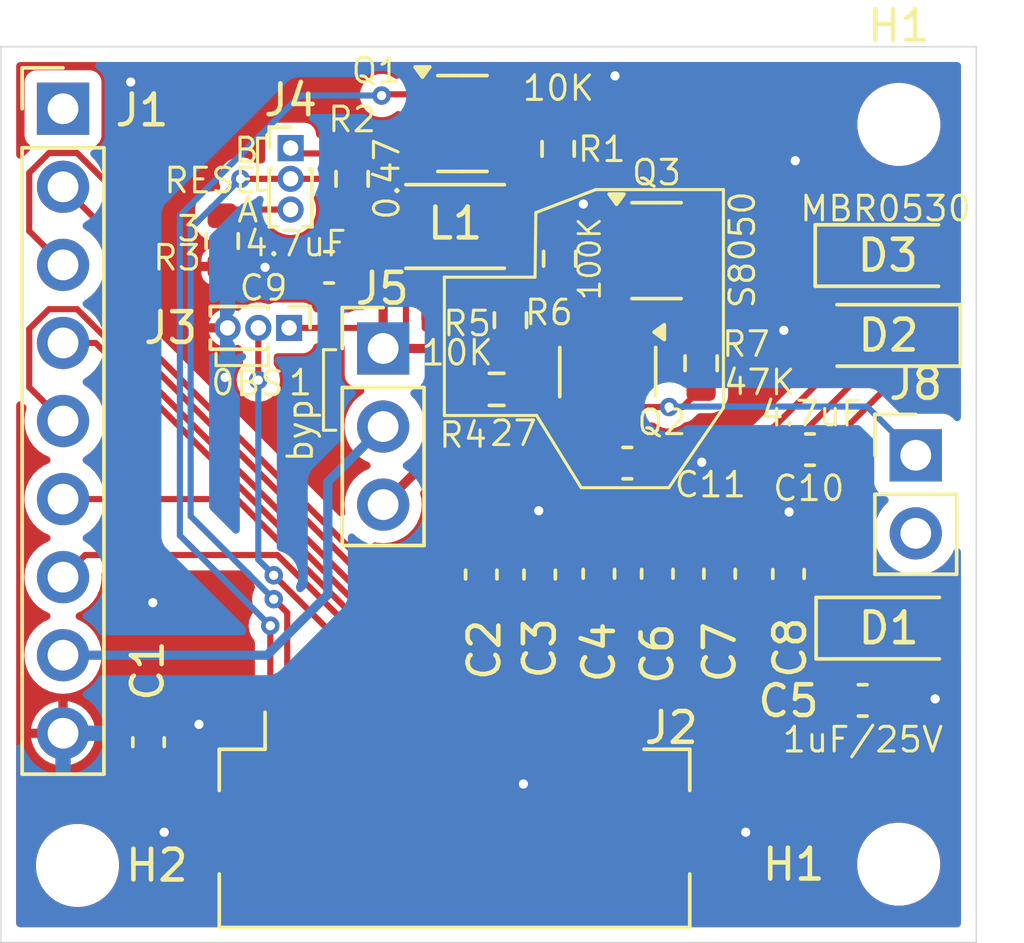
<source format=kicad_pcb>
(kicad_pcb (version 20240108) (generator "pcbnew") (generator_version "8.0")
  (layers (0 "F.Cu" signal) (31 "B.Cu" signal) (34 "B.Paste" user) (35 "F.Paste" user) (36 "B.SilkS" user "B.Silkscreen") (37 "F.SilkS" user "F.Silkscreen") (38 "B.Mask" user) (39 "F.Mask" user) (44 "Edge.Cuts" user))
  (net 0 "")
  (net 1 "GND")
  (net 2 "Net-(J2-Pin_5)")
  (net 3 "Net-(J2-Pin_15)")
  (net 4 "Net-(J2-Pin_18)")
  (net 5 "Net-(J2-Pin_20)")
  (net 6 "VGH")
  (net 7 "Net-(J2-Pin_22)")
  (net 8 "VGL")
  (net 9 "Net-(J2-Pin_24)")
  (net 10 "+3.3V")
  (net 11 "Net-(D1-A)")
  (net 12 "Net-(D2-K)")
  (net 13 "EPD_CS")
  (net 14 "VCC_INT")
  (net 15 "EPD_BUSY")
  (net 16 "EPD_DC")
  (net 17 "EPD_DIN")
  (net 18 "EPD_SCK")
  (net 19 "EPD_RST")
  (net 20 "GDR")
  (net 24 "RESE")
  (net 26 "BS")
  (net 28 "Net-(J4-Pin_1)")
  (net 29 "Net-(J4-Pin_3)")
  (net 30 "PWR_IN")
  (net 31 "EPD_PWR")
  (net 32 "Net-(Q2-G)")
  (net 33 "Net-(Q3-B)")
  (footprint "Diode_SMD:D_SOD-123" (layer "F.Cu") (at 169.77 58.545)
    (property "Reference" "D3" (at 0 0 0) (layer "F.SilkS"))
    (property "Value" "MBR0530")
    (fp_line (start -2.36 -1) (end -2.36 1) (stroke (width 0.12)) (layer "F.SilkS"))
    (fp_line (start -2.36 -1) (end 1.65 -1) (stroke (width 0.12)) (layer "F.SilkS"))
    (fp_line (start -2.36 1) (end 1.65 1) (stroke (width 0.12)) (layer "F.SilkS"))
    (pad "1" smd roundrect (at -1.65 0) (size 0.9 1.2) (layers "F.Cu" "F.Paste" "F.Mask") (net 1 "GND"))
    (pad "2" smd roundrect (at 1.65 0) (size 0.9 1.2) (layers "F.Cu" "F.Paste" "F.Mask") (net 12 "Net-(D2-K)"))
  )
  (footprint "Capacitor_SMD:C_0603_1608Metric" (layer "F.Cu") (at 166.54 68.905 90)
    (property "Reference" "C8" (at -2.4 0.05 90) (layer "F.SilkS"))
    (property "Value" "1uF/25V")
    (fp_line (start -0.14058 -0.51) (end 0.14058 -0.51) (stroke (width 0.12)) (layer "F.SilkS"))
    (fp_line (start -0.14058 0.51) (end 0.14058 0.51) (stroke (width 0.12)) (layer "F.SilkS"))
    (pad "1" smd roundrect (at -0.775 0 90) (size 0.9 0.95) (layers "F.Cu" "F.Paste" "F.Mask") (net 9 "Net-(J2-Pin_24)"))
    (pad "2" smd roundrect (at 0.775 0 90) (size 0.9 0.95) (layers "F.Cu" "F.Paste" "F.Mask") (net 1 "GND"))
  )
  (footprint "Resistor_SMD:R_0603_1608Metric" (layer "F.Cu") (at 163.7 62.05 90)
    (property "Reference" "R7" (at 0.62 1.46 180) (layer "F.SilkS") (effects (font (size 0.8 0.8) (thickness 0.1))))
    (property "Value" "47K" (at -0.625 1.9 180) (layer "F.SilkS") (effects (font (size 0.8 0.8) (thickness 0.1))))
    (fp_line (start -0.237258 -0.5225) (end 0.237258 -0.5225) (stroke (width 0.12)) (layer "F.SilkS"))
    (fp_line (start -0.237258 0.5225) (end 0.237258 0.5225) (stroke (width 0.12)) (layer "F.SilkS"))
    (pad "1" smd roundrect (at -0.825 0 90) (size 0.8 0.95) (layers "F.Cu" "F.Paste" "F.Mask") (net 14 "VCC_INT"))
    (pad "2" smd roundrect (at 0.825 0 90) (size 0.8 0.95) (layers "F.Cu" "F.Paste" "F.Mask") (net 32 "Net-(Q2-G)"))
  )
  (footprint "Capacitor_SMD:C_0603_1608Metric" (layer "F.Cu") (at 167.24 64.86)
    (property "Reference" "C10" (at -0.04 1.26 0) (layer "F.SilkS") (effects (font (size 0.8 0.8) (thickness 0.1))))
    (property "Value" "4.7uF" (at 0.04 -1.17 0) (layer "F.SilkS") (effects (font (size 0.8 0.8) (thickness 0.1))))
    (fp_line (start -0.14058 -0.51) (end 0.14058 -0.51) (stroke (width 0.12)) (layer "F.SilkS"))
    (fp_line (start -0.14058 0.51) (end 0.14058 0.51) (stroke (width 0.12)) (layer "F.SilkS"))
    (pad "1" smd roundrect (at -0.775 0) (size 0.9 0.95) (layers "F.Cu" "F.Paste" "F.Mask") (net 11 "Net-(D1-A)"))
    (pad "2" smd roundrect (at 0.775 0) (size 0.9 0.95) (layers "F.Cu" "F.Paste" "F.Mask") (net 12 "Net-(D2-K)"))
  )
  (footprint "Inductor_SMD:L_TDK_NLV32_3.2x2.5mm" (layer "F.Cu") (at 155.7 57.6)
    (property "Reference" "L1" (at 0 -0.1 0) (layer "F.SilkS"))
    (property "Value" "10uH")
    (fp_line (start -1.6 -1.36) (end 1.6 -1.36) (stroke (width 0.12)) (layer "F.SilkS"))
    (fp_line (start 1.6 1.36) (end -1.6 1.36) (stroke (width 0.12)) (layer "F.SilkS"))
    (pad "1" smd rect (at -1.6 0) (size 1.2 2) (layers "F.Cu" "F.Paste" "F.Mask") (net 10 "+3.3V"))
    (pad "2" smd rect (at 1.6 0) (size 1.2 2) (layers "F.Cu" "F.Paste" "F.Mask") (net 11 "Net-(D1-A)"))
  )
  (footprint "Diode_SMD:D_SOD-123" (layer "F.Cu") (at 169.8 70.67)
    (property "Reference" "D1" (at 0 0 0) (layer "F.SilkS"))
    (property "Value" "MBR0530")
    (fp_line (start -2.36 -1) (end -2.36 1) (stroke (width 0.12)) (layer "F.SilkS"))
    (fp_line (start -2.36 -1) (end 1.65 -1) (stroke (width 0.12)) (layer "F.SilkS"))
    (fp_line (start -2.36 1) (end 1.65 1) (stroke (width 0.12)) (layer "F.SilkS"))
    (pad "1" smd roundrect (at -1.65 0) (size 0.9 1.2) (layers "F.Cu" "F.Paste" "F.Mask") (net 6 "VGH"))
    (pad "2" smd roundrect (at 1.65 0) (size 0.9 1.2) (layers "F.Cu" "F.Paste" "F.Mask") (net 11 "Net-(D1-A)"))
  )
  (footprint "Connector_FFC-FPC:Hirose_FH12-24S-0.5SH_1x24-1MP_P0.50mm_Horizontal" (layer "F.Cu") (at 155.68 75.91)
    (property "Reference" "J2" (at 7.05 -2 0) (layer "F.SilkS"))
    (property "Value" "Conn_01x24" (hide yes))
    (fp_line (start -7.65 -1.3) (end -7.65 0.04) (stroke (width 0.12)) (layer "F.SilkS"))
    (fp_line (start -7.65 2.76) (end -7.65 4.5) (stroke (width 0.12)) (layer "F.SilkS"))
    (fp_line (start -7.65 4.5) (end 7.65 4.5) (stroke (width 0.12)) (layer "F.SilkS"))
    (fp_line (start -6.16 -1.3) (end -7.65 -1.3) (stroke (width 0.12)) (layer "F.SilkS"))
    (fp_line (start -6.16 -1.3) (end -6.16 -2.5) (stroke (width 0.12)) (layer "F.SilkS"))
    (fp_line (start 6.16 -1.3) (end 7.65 -1.3) (stroke (width 0.12)) (layer "F.SilkS"))
    (fp_line (start 7.65 -1.3) (end 7.65 0.04) (stroke (width 0.12)) (layer "F.SilkS"))
    (fp_line (start 7.65 4.5) (end 7.65 2.76) (stroke (width 0.12)) (layer "F.SilkS"))
    (pad "1" smd rect (at -5.75 -1.85) (size 0.3 1.3) (layers "F.Cu" "F.Paste" "F.Mask"))
    (pad "2" smd rect (at -5.25 -1.85) (size 0.3 1.3) (layers "F.Cu" "F.Paste" "F.Mask") (net 20 "GDR"))
    (pad "3" smd rect (at -4.75 -1.85) (size 0.3 1.3) (layers "F.Cu" "F.Paste" "F.Mask") (net 24 "RESE"))
    (pad "4" smd rect (at -4.25 -1.85) (size 0.3 1.3) (layers "F.Cu" "F.Paste" "F.Mask"))
    (pad "5" smd rect (at -3.75 -1.85) (size 0.3 1.3) (layers "F.Cu" "F.Paste" "F.Mask") (net 2 "Net-(J2-Pin_5)"))
    (pad "6" smd rect (at -3.25 -1.85) (size 0.3 1.3) (layers "F.Cu" "F.Paste" "F.Mask"))
    (pad "7" smd rect (at -2.75 -1.85) (size 0.3 1.3) (layers "F.Cu" "F.Paste" "F.Mask"))
    (pad "8" smd rect (at -2.25 -1.85) (size 0.3 1.3) (layers "F.Cu" "F.Paste" "F.Mask") (net 26 "BS"))
    (pad "9" smd rect (at -1.75 -1.85) (size 0.3 1.3) (layers "F.Cu" "F.Paste" "F.Mask") (net 15 "EPD_BUSY"))
    (pad "10" smd rect (at -1.25 -1.85) (size 0.3 1.3) (layers "F.Cu" "F.Paste" "F.Mask") (net 19 "EPD_RST"))
    (pad "11" smd rect (at -0.75 -1.85) (size 0.3 1.3) (layers "F.Cu" "F.Paste" "F.Mask") (net 16 "EPD_DC"))
    (pad "12" smd rect (at -0.25 -1.85) (size 0.3 1.3) (layers "F.Cu" "F.Paste" "F.Mask") (net 13 "EPD_CS"))
    (pad "13" smd rect (at 0.25 -1.85) (size 0.3 1.3) (layers "F.Cu" "F.Paste" "F.Mask") (net 18 "EPD_SCK"))
    (pad "14" smd rect (at 0.75 -1.85) (size 0.3 1.3) (layers "F.Cu" "F.Paste" "F.Mask") (net 17 "EPD_DIN"))
    (pad "15" smd rect (at 1.25 -1.85) (size 0.3 1.3) (layers "F.Cu" "F.Paste" "F.Mask") (net 3 "Net-(J2-Pin_15)"))
    (pad "16" smd rect (at 1.75 -1.85) (size 0.3 1.3) (layers "F.Cu" "F.Paste" "F.Mask") (net 3 "Net-(J2-Pin_15)"))
    (pad "17" smd rect (at 2.25 -1.85) (size 0.3 1.3) (layers "F.Cu" "F.Paste" "F.Mask") (net 1 "GND"))
    (pad "18" smd rect (at 2.75 -1.85) (size 0.3 1.3) (layers "F.Cu" "F.Paste" "F.Mask") (net 4 "Net-(J2-Pin_18)"))
    (pad "19" smd rect (at 3.25 -1.85) (size 0.3 1.3) (layers "F.Cu" "F.Paste" "F.Mask"))
    (pad "20" smd rect (at 3.75 -1.85) (size 0.3 1.3) (layers "F.Cu" "F.Paste" "F.Mask") (net 5 "Net-(J2-Pin_20)"))
    (pad "21" smd rect (at 4.25 -1.85) (size 0.3 1.3) (layers "F.Cu" "F.Paste" "F.Mask") (net 6 "VGH"))
    (pad "22" smd rect (at 4.75 -1.85) (size 0.3 1.3) (layers "F.Cu" "F.Paste" "F.Mask") (net 7 "Net-(J2-Pin_22)"))
    (pad "23" smd rect (at 5.25 -1.85) (size 0.3 1.3) (layers "F.Cu" "F.Paste" "F.Mask") (net 8 "VGL"))
    (pad "24" smd rect (at 5.75 -1.85) (size 0.3 1.3) (layers "F.Cu" "F.Paste" "F.Mask") (net 9 "Net-(J2-Pin_24)"))
    (pad "MP" smd rect (at -7.65 1.4) (size 1.8 2.2) (layers "F.Cu" "F.Paste" "F.Mask") (net 1 "GND"))
    (pad "MP" smd rect (at 7.65 1.4) (size 1.8 2.2) (layers "F.Cu" "F.Paste" "F.Mask") (net 1 "GND"))
  )
  (footprint "Diode_SMD:D_SOD-123" (layer "F.Cu") (at 169.77 61.145 180)
    (property "Reference" "D2" (at -0.0225 0 0) (layer "F.SilkS"))
    (property "Value" "MBR0530" (at 0.07 4.125 0) (layer "F.SilkS") (effects (font (size 0.8 0.8) (thickness 0.1))))
    (fp_line (start -2.36 1) (end 1.65 1) (stroke (width 0.12)) (layer "F.SilkS"))
    (fp_line (start -2.36 -1) (end 1.65 -1) (stroke (width 0.12)) (layer "F.SilkS"))
    (fp_line (start -2.36 -1) (end -2.36 1) (stroke (width 0.12)) (layer "F.SilkS"))
    (pad "1" smd roundrect (at -1.65 0 180) (size 0.9 1.2) (layers "F.Cu" "F.Paste" "F.Mask") (net 12 "Net-(D2-K)"))
    (pad "2" smd roundrect (at 1.65 0 180) (size 0.9 1.2) (layers "F.Cu" "F.Paste" "F.Mask") (net 8 "VGL"))
  )
  (footprint "MountingHole:MountingHole_2.2mm_M2" (layer "F.Cu") (at 143.42 78.39)
    (property "Reference" "H2" (at 2.58 0 0) (layer "F.SilkS"))
    (property "Value" "MountingHole" (hide yes))
    (pad "" np_thru_hole circle (at 0 0) (size 2.2 2.2) (drill 2.2) (layers "*.Cu" "*.Mask"))
  )
  (footprint "Package_TO_SOT_SMD:SOT-23-3" (layer "F.Cu") (at 155.9375 54.25)
    (property "Reference" "Q1" (at -2.8075 -1.72 0) (layer "F.SilkS") (effects (font (size 0.8 0.8) (thickness 0.1))))
    (property "Value" "BSS138")
    (fp_line (start 0 -1.56) (end -0.8 -1.56) (stroke (width 0.12)) (layer "F.SilkS"))
    (fp_line (start 0 -1.56) (end 0.8 -1.56) (stroke (width 0.12)) (layer "F.SilkS"))
    (fp_line (start 0 1.56) (end -0.8 1.56) (stroke (width 0.12)) (layer "F.SilkS"))
    (fp_line (start 0 1.56) (end 0.8 1.56) (stroke (width 0.12)) (layer "F.SilkS"))
    (fp_poly (pts (xy -1.3 -1.51) (xy -1.54 -1.84) (xy -1.06 -1.84) (xy -1.3 -1.51)) (stroke (width 0.12)) (fill solid) (layer "F.SilkS"))
    (pad "1" smd roundrect (at -1.1375 -0.95) (size 1.325 0.6) (layers "F.Cu" "F.Paste" "F.Mask") (net 20 "GDR"))
    (pad "2" smd roundrect (at -1.1375 0.95) (size 1.325 0.6) (layers "F.Cu" "F.Paste" "F.Mask") (net 24 "RESE"))
    (pad "3" smd roundrect (at 1.1375 0) (size 1.325 0.6) (layers "F.Cu" "F.Paste" "F.Mask") (net 11 "Net-(D1-A)"))
  )
  (footprint "Capacitor_SMD:C_0603_1608Metric" (layer "F.Cu") (at 161.3 65.3)
    (property "Reference" "C11" (at 2.7 0.7 0) (layer "F.SilkS") (effects (font (size 0.8 0.8) (thickness 0.1))))
    (property "Value" "104")
    (fp_line (start -0.14058 -0.51) (end 0.14058 -0.51) (stroke (width 0.12)) (layer "F.SilkS"))
    (fp_line (start -0.14058 0.51) (end 0.14058 0.51) (stroke (width 0.12)) (layer "F.SilkS"))
    (pad "1" smd roundrect (at -0.775 0) (size 0.9 0.95) (layers "F.Cu" "F.Paste" "F.Mask") (net 14 "VCC_INT"))
    (pad "2" smd roundrect (at 0.775 0) (size 0.9 0.95) (layers "F.Cu" "F.Paste" "F.Mask") (net 1 "GND"))
  )
  (footprint "Connector_PinHeader_2.54mm:PinHeader_1x02_P2.54mm_Vertical" (layer "F.Cu") (at 170.68 65.045)
    (property "Reference" "J8" (at 0 -2.33 0) (layer "F.SilkS"))
    (property "Value" "SUPPORT")
    (fp_line (start -1.33 -1.33) (end 0 -1.33) (stroke (width 0.12)) (layer "F.SilkS"))
    (fp_line (start -1.33 0) (end -1.33 -1.33) (stroke (width 0.12)) (layer "F.SilkS"))
    (fp_line (start -1.33 1.27) (end -1.33 3.87) (stroke (width 0.12)) (layer "F.SilkS"))
    (fp_line (start -1.33 1.27) (end 1.33 1.27) (stroke (width 0.12)) (layer "F.SilkS"))
    (fp_line (start -1.33 3.87) (end 1.33 3.87) (stroke (width 0.12)) (layer "F.SilkS"))
    (fp_line (start 1.33 1.27) (end 1.33 3.87) (stroke (width 0.12)) (layer "F.SilkS"))
    (pad "1" thru_hole rect (at 0 0) (size 1.7 1.7) (drill 1) (layers "*.Cu" "*.Mask") (net 14 "VCC_INT"))
    (pad "2" thru_hole oval (at 0 2.54) (size 1.7 1.7) (drill 1) (layers "*.Cu" "*.Mask"))
  )
  (footprint "Capacitor_SMD:C_0603_1608Metric" (layer "F.Cu") (at 145.73 74.38 90)
    (property "Reference" "C1" (at 2.33 -0.03 90) (layer "F.SilkS"))
    (property "Value" "1uF/25V")
    (fp_line (start -0.14058 -0.51) (end 0.14058 -0.51) (stroke (width 0.12)) (layer "F.SilkS"))
    (fp_line (start -0.14058 0.51) (end 0.14058 0.51) (stroke (width 0.12)) (layer "F.SilkS"))
    (pad "1" smd roundrect (at -0.775 0 90) (size 0.9 0.95) (layers "F.Cu" "F.Paste" "F.Mask") (net 2 "Net-(J2-Pin_5)"))
    (pad "2" smd roundrect (at 0.775 0 90) (size 0.9 0.95) (layers "F.Cu" "F.Paste" "F.Mask") (net 1 "GND"))
  )
  (footprint "Resistor_SMD:R_0603_1608Metric" (layer "F.Cu") (at 159.1 58.65 90)
    (property "Reference" "R6" (at -1.75 -0.35 180) (layer "F.SilkS") (effects (font (size 0.8 0.8) (thickness 0.1))))
    (property "Value" "100K" (at 0 0.975 90) (layer "F.SilkS") (effects (font (size 0.7 0.7) (thickness 0.09))))
    (fp_line (start -0.237258 -0.5225) (end 0.237258 -0.5225) (stroke (width 0.12)) (layer "F.SilkS"))
    (fp_line (start -0.237258 0.5225) (end 0.237258 0.5225) (stroke (width 0.12)) (layer "F.SilkS"))
    (pad "1" smd roundrect (at -0.825 0 90) (size 0.8 0.95) (layers "F.Cu" "F.Paste" "F.Mask") (net 33 "Net-(Q3-B)"))
    (pad "2" smd roundrect (at 0.825 0 90) (size 0.8 0.95) (layers "F.Cu" "F.Paste" "F.Mask") (net 1 "GND"))
  )
  (footprint "Resistor_SMD:R_0603_1608Metric" (layer "F.Cu") (at 157.05 62.9 180)
    (property "Reference" "R4" (at 1.09 -1.49 0) (layer "F.SilkS") (effects (font (size 0.8 0.8) (thickness 0.1))))
    (property "Value" "27" (at -0.55 -1.43 0) (layer "F.SilkS") (effects (font (size 0.8 0.8) (thickness 0.1))))
    (fp_line (start -0.237258 0.5225) (end 0.237258 0.5225) (stroke (width 0.12)) (layer "F.SilkS"))
    (fp_line (start -0.237258 -0.5225) (end 0.237258 -0.5225) (stroke (width 0.12)) (layer "F.SilkS"))
    (pad "1" smd roundrect (at -0.825 0 180) (size 0.8 0.95) (layers "F.Cu" "F.Paste" "F.Mask") (net 14 "VCC_INT"))
    (pad "2" smd roundrect (at 0.825 0 180) (size 0.8 0.95) (layers "F.Cu" "F.Paste" "F.Mask") (net 31 "EPD_PWR"))
  )
  (footprint "Resistor_SMD:R_0603_1608Metric" (layer "F.Cu") (at 157.5 60.65 90)
    (property "Reference" "R5" (at -0.11 -1.41 180) (layer "F.SilkS") (effects (font (size 0.8 0.8) (thickness 0.1))))
    (property "Value" "10K" (at -1.06 -1.73 180) (layer "F.SilkS") (effects (font (size 0.8 0.8) (thickness 0.1))))
    (fp_line (start -0.237258 -0.5225) (end 0.237258 -0.5225) (stroke (width 0.12)) (layer "F.SilkS"))
    (fp_line (start -0.237258 0.5225) (end 0.237258 0.5225) (stroke (width 0.12)) (layer "F.SilkS"))
    (pad "1" smd roundrect (at -0.825 0 90) (size 0.8 0.95) (layers "F.Cu" "F.Paste" "F.Mask") (net 31 "EPD_PWR"))
    (pad "2" smd roundrect (at 0.825 0 90) (size 0.8 0.95) (layers "F.Cu" "F.Paste" "F.Mask") (net 33 "Net-(Q3-B)"))
  )
  (footprint "Capacitor_SMD:C_0603_1608Metric" (layer "F.Cu") (at 156.55 68.925 90)
    (property "Reference" "C2" (at -2.45 0.1 90) (layer "F.SilkS"))
    (property "Value" "1uF/10V")
    (fp_line (start -0.14058 -0.51) (end 0.14058 -0.51) (stroke (width 0.12)) (layer "F.SilkS"))
    (fp_line (start -0.14058 0.51) (end 0.14058 0.51) (stroke (width 0.12)) (layer "F.SilkS"))
    (pad "1" smd roundrect (at -0.775 0 90) (size 0.9 0.95) (layers "F.Cu" "F.Paste" "F.Mask") (net 3 "Net-(J2-Pin_15)"))
    (pad "2" smd roundrect (at 0.775 0 90) (size 0.9 0.95) (layers "F.Cu" "F.Paste" "F.Mask") (net 1 "GND"))
  )
  (footprint "Resistor_SMD:R_0603_1608Metric" (layer "F.Cu") (at 159.05 55.075 -90)
    (property "Reference" "R1" (at 0.015 -1.42 180) (layer "F.SilkS") (effects (font (size 0.8 0.8) (thickness 0.1))))
    (property "Value" "10K" (at -1.975 -0.01 180) (layer "F.SilkS") (effects (font (size 0.8 0.8) (thickness 0.1))))
    (fp_line (start -0.237258 0.5225) (end 0.237258 0.5225) (stroke (width 0.12)) (layer "F.SilkS"))
    (fp_line (start -0.237258 -0.5225) (end 0.237258 -0.5225) (stroke (width 0.12)) (layer "F.SilkS"))
    (pad "1" smd roundrect (at -0.825 0 270) (size 0.8 0.95) (layers "F.Cu" "F.Paste" "F.Mask") (net 20 "GDR"))
    (pad "2" smd roundrect (at 0.825 0 270) (size 0.8 0.95) (layers "F.Cu" "F.Paste" "F.Mask") (net 1 "GND"))
  )
  (footprint "Connector_PinHeader_2.54mm:PinHeader_1x03_P2.54mm_Vertical" (layer "F.Cu") (at 153.36 61.57)
    (property "Reference" "J5" (at -0.03 -1.95 0) (layer "F.SilkS"))
    (property "Value" "Conn_01x03_Pin")
    (fp_line (start -1.33 -1.33) (end 0 -1.33) (stroke (width 0.12)) (layer "F.SilkS"))
    (fp_line (start -1.33 0) (end -1.33 -1.33) (stroke (width 0.12)) (layer "F.SilkS"))
    (fp_line (start -1.33 1.27) (end -1.33 6.41) (stroke (width 0.12)) (layer "F.SilkS"))
    (fp_line (start -1.33 1.27) (end 1.33 1.27) (stroke (width 0.12)) (layer "F.SilkS"))
    (fp_line (start -1.33 6.41) (end 1.33 6.41) (stroke (width 0.12)) (layer "F.SilkS"))
    (fp_line (start 1.33 1.27) (end 1.33 6.41) (stroke (width 0.12)) (layer "F.SilkS"))
    (pad "1" thru_hole rect (at 0 0) (size 1.7 1.7) (drill 1) (layers "*.Cu" "*.Mask") (net 10 "+3.3V"))
    (pad "2" thru_hole oval (at 0 2.54) (size 1.7 1.7) (drill 1) (layers "*.Cu" "*.Mask") (net 30 "PWR_IN"))
    (pad "3" thru_hole oval (at 0 5.08) (size 1.7 1.7) (drill 1) (layers "*.Cu" "*.Mask") (net 31 "EPD_PWR"))
  )
  (footprint "MountingHole:MountingHole_2.2mm_M2" (layer "F.Cu") (at 170.125 78.35)
    (property "Reference" "H1" (at -3.415 0.01 0) (layer "F.SilkS"))
    (property "Value" "MountingHole" (hide yes))
    (pad "" np_thru_hole circle (at 0 0) (size 2.2 2.2) (drill 2.2) (layers "*.Cu" "*.Mask"))
  )
  (footprint "MountingHole:MountingHole_2.2mm_M2" (layer "F.Cu") (at 170.13 54.28)
    (property "Reference" "H1" (at 0 -3.2 0) (layer "F.SilkS"))
    (property "Value" "MountingHole" (hide yes))
    (pad "" np_thru_hole circle (at 0 0) (size 2.2 2.2) (drill 2.2) (layers "*.Cu" "*.Mask"))
  )
  (footprint "Capacitor_SMD:C_0603_1608Metric" (layer "F.Cu") (at 168.955 73.02)
    (property "Reference" "C5" (at -2.415 0.02 0) (layer "F.SilkS"))
    (property "Value" "1uF/25V" (at 0.005 1.28 0) (layer "F.SilkS") (effects (font (size 0.8 0.8) (thickness 0.1))))
    (fp_line (start -0.14058 -0.51) (end 0.14058 -0.51) (stroke (width 0.12)) (layer "F.SilkS"))
    (fp_line (start -0.14058 0.51) (end 0.14058 0.51) (stroke (width 0.12)) (layer "F.SilkS"))
    (pad "1" smd roundrect (at -0.775 0) (size 0.9 0.95) (layers "F.Cu" "F.Paste" "F.Mask") (net 6 "VGH"))
    (pad "2" smd roundrect (at 0.775 0) (size 0.9 0.95) (layers "F.Cu" "F.Paste" "F.Mask") (net 1 "GND"))
  )
  (footprint "Capacitor_SMD:C_0603_1608Metric" (layer "F.Cu") (at 164.3 68.9 90)
    (property "Reference" "C7" (at -2.55 0 90) (layer "F.SilkS"))
    (property "Value" "1uF/25V")
    (fp_line (start -0.14058 -0.51) (end 0.14058 -0.51) (stroke (width 0.12)) (layer "F.SilkS"))
    (fp_line (start -0.14058 0.51) (end 0.14058 0.51) (stroke (width 0.12)) (layer "F.SilkS"))
    (pad "1" smd roundrect (at -0.775 0 90) (size 0.9 0.95) (layers "F.Cu" "F.Paste" "F.Mask") (net 8 "VGL"))
    (pad "2" smd roundrect (at 0.775 0 90) (size 0.9 0.95) (layers "F.Cu" "F.Paste" "F.Mask") (net 1 "GND"))
  )
  (footprint "Resistor_SMD:R_0603_1608Metric" (layer "F.Cu") (at 148.125 58.075 -90)
    (property "Reference" "R3" (at 0.545 1.465 180) (layer "F.SilkS") (effects (font (size 0.8 0.8) (thickness 0.1))))
    (property "Value" "3" (at -0.4 1.075 180) (layer "F.SilkS") (effects (font (size 0.8 0.8) (thickness 0.1))))
    (fp_line (start -0.237258 0.5225) (end 0.237258 0.5225) (stroke (width 0.12)) (layer "F.SilkS"))
    (fp_line (start -0.237258 -0.5225) (end 0.237258 -0.5225) (stroke (width 0.12)) (layer "F.SilkS"))
    (pad "1" smd roundrect (at -0.825 0 270) (size 0.8 0.95) (layers "F.Cu" "F.Paste" "F.Mask") (net 29 "Net-(J4-Pin_3)"))
    (pad "2" smd roundrect (at 0.825 0 270) (size 0.8 0.95) (layers "F.Cu" "F.Paste" "F.Mask") (net 1 "GND"))
  )
  (footprint "Connector_PinHeader_1.00mm:PinHeader_1x03_P1.00mm_Vertical" (layer "F.Cu") (at 150.3 60.9 -90)
    (property "Reference" "J3" (at 0 3.85 180) (layer "F.SilkS"))
    (property "Value" "Conn_01x03_Pin")
    (fp_line (start -0.695 2.56) (end -0.394493 2.56) (stroke (width 0.12)) (layer "F.SilkS"))
    (fp_line (start 0.394493 2.56) (end 0.695 2.56) (stroke (width 0.12)) (layer "F.SilkS"))
    (fp_line (start -0.695 0.685) (end -0.695 2.56) (stroke (width 0.12)) (layer "F.SilkS"))
    (fp_line (start -0.695 0.685) (end -0.608276 0.685) (stroke (width 0.12)) (layer "F.SilkS"))
    (fp_line (start 0.608276 0.685) (end 0.695 0.685) (stroke (width 0.12)) (layer "F.SilkS"))
    (fp_line (start 0.695 0.685) (end 0.695 2.56) (stroke (width 0.12)) (layer "F.SilkS"))
    (fp_line (start -0.695 0) (end -0.695 -0.685) (stroke (width 0.12)) (layer "F.SilkS"))
    (fp_line (start -0.695 -0.685) (end 0 -0.685) (stroke (width 0.12)) (layer "F.SilkS"))
    (pad "1" thru_hole rect (at 0 0 270) (size 0.85 0.85) (drill 0.5) (layers "*.Cu" "*.Mask") (net 10 "+3.3V"))
    (pad "2" thru_hole oval (at 0 1 270) (size 0.85 0.85) (drill 0.5) (layers "*.Cu" "*.Mask") (net 26 "BS"))
    (pad "3" thru_hole oval (at 0 2 270) (size 0.85 0.85) (drill 0.5) (layers "*.Cu" "*.Mask") (net 1 "GND"))
  )
  (footprint "Capacitor_SMD:C_0603_1608Metric" (layer "F.Cu") (at 151.6 58.93 180)
    (property "Reference" "C9" (at 2.13 -0.67 180) (layer "F.SilkS") (effects (font (size 0.8 0.8) (thickness 0.1))))
    (property "Value" "4.7uF" (at 1.09 0.77 180) (layer "F.SilkS") (effects (font (size 0.8 0.8) (thickness 0.1))))
    (fp_line (start -0.14058 0.51) (end 0.14058 0.51) (stroke (width 0.12)) (layer "F.SilkS"))
    (fp_line (start -0.14058 -0.51) (end 0.14058 -0.51) (stroke (width 0.12)) (layer "F.SilkS"))
    (pad "1" smd roundrect (at -0.775 0 180) (size 0.9 0.95) (layers "F.Cu" "F.Paste" "F.Mask") (net 10 "+3.3V"))
    (pad "2" smd roundrect (at 0.775 0 180) (size 0.9 0.95) (layers "F.Cu" "F.Paste" "F.Mask") (net 1 "GND"))
  )
  (footprint "Package_TO_SOT_SMD:SOT-23-3" (layer "F.Cu") (at 160.6625 62.3375 -90)
    (property "Reference" "Q2" (at 1.6375 -1.7625 0) (layer "F.SilkS") (effects (font (size 0.8 0.8) (thickness 0.1))))
    (property "Value" "AO3401A")
    (fp_line (start 0 1.56) (end -0.8 1.56) (stroke (width 0.12)) (layer "F.SilkS"))
    (fp_line (start 0 1.56) (end 0.8 1.56) (stroke (width 0.12)) (layer "F.SilkS"))
    (fp_line (start 0 -1.56) (end -0.8 -1.56) (stroke (width 0.12)) (layer "F.SilkS"))
    (fp_line (start 0 -1.56) (end 0.8 -1.56) (stroke (width 0.12)) (layer "F.SilkS"))
    (fp_poly (pts (xy -1.3 -1.51) (xy -1.54 -1.84) (xy -1.06 -1.84) (xy -1.3 -1.51)) (stroke (width 0.12)) (fill solid) (layer "F.SilkS"))
    (pad "1" smd roundrect (at -1.1375 -0.95 270) (size 1.325 0.6) (layers "F.Cu" "F.Paste" "F.Mask") (net 32 "Net-(Q2-G)"))
    (pad "2" smd roundrect (at -1.1375 0.95 270) (size 1.325 0.6) (layers "F.Cu" "F.Paste" "F.Mask") (net 10 "+3.3V"))
    (pad "3" smd roundrect (at 1.1375 0 270) (size 1.325 0.6) (layers "F.Cu" "F.Paste" "F.Mask") (net 14 "VCC_INT"))
  )
  (footprint "Connector_PinHeader_1.00mm:PinHeader_1x03_P1.00mm_Vertical" (layer "F.Cu") (at 150.35 55.05)
    (property "Reference" "J4" (at 0 -1.56 0) (layer "F.SilkS"))
    (property "Value" "Conn_01x03_Pin" (hide yes))
    (fp_line (start -0.695 -0.685) (end 0 -0.685) (stroke (width 0.12)) (layer "F.SilkS"))
    (fp_line (start -0.695 0) (end -0.695 -0.685) (stroke (width 0.12)) (layer "F.SilkS"))
    (fp_line (start -0.695 0.685) (end -0.695 2.56) (stroke (width 0.12)) (layer "F.SilkS"))
    (fp_line (start -0.695 0.685) (end -0.608276 0.685) (stroke (width 0.12)) (layer "F.SilkS"))
    (fp_line (start -0.695 2.56) (end -0.394493 2.56) (stroke (width 0.12)) (layer "F.SilkS"))
    (fp_line (start 0.394493 2.56) (end 0.695 2.56) (stroke (width 0.12)) (layer "F.SilkS"))
    (fp_line (start 0.608276 0.685) (end 0.695 0.685) (stroke (width 0.12)) (layer "F.SilkS"))
    (fp_line (start 0.695 0.685) (end 0.695 2.56) (stroke (width 0.12)) (layer "F.SilkS"))
    (pad "1" thru_hole rect (at 0 0) (size 0.85 0.85) (drill 0.5) (layers "*.Cu" "*.Mask") (net 28 "Net-(J4-Pin_1)"))
    (pad "2" thru_hole oval (at 0 1) (size 0.85 0.85) (drill 0.5) (layers "*.Cu" "*.Mask") (net 24 "RESE"))
    (pad "3" thru_hole oval (at 0 2) (size 0.85 0.85) (drill 0.5) (layers "*.Cu" "*.Mask") (net 29 "Net-(J4-Pin_3)"))
  )
  (footprint "Package_TO_SOT_SMD:SOT-23-3" (layer "F.Cu") (at 162.25 58.3875)
    (property "Reference" "Q3" (at 0 -2.5375 0) (layer "F.SilkS") (effects (font (size 0.8 0.8) (thickness 0.1))))
    (property "Value" "S8050" (at 2.79 -0.0275 90) (layer "F.SilkS") (effects (font (size 0.8 0.8) (thickness 0.1))))
    (fp_line (start 0 -1.56) (end -0.8 -1.56) (stroke (width 0.12)) (layer "F.SilkS"))
    (fp_line (start 0 -1.56) (end 0.8 -1.56) (stroke (width 0.12)) (layer "F.SilkS"))
    (fp_line (start 0 1.56) (end -0.8 1.56) (stroke (width 0.12)) (layer "F.SilkS"))
    (fp_line (start 0 1.56) (end 0.8 1.56) (stroke (width 0.12)) (layer "F.SilkS"))
    (fp_poly (pts (xy -1.3 -1.51) (xy -1.54 -1.84) (xy -1.06 -1.84) (xy -1.3 -1.51)) (stroke (width 0.12)) (fill solid) (layer "F.SilkS"))
    (pad "1" smd roundrect (at -1.1375 -0.95) (size 1.325 0.6) (layers "F.Cu" "F.Paste" "F.Mask") (net 1 "GND"))
    (pad "2" smd roundrect (at -1.1375 0.95) (size 1.325 0.6) (layers "F.Cu" "F.Paste" "F.Mask") (net 33 "Net-(Q3-B)"))
    (pad "3" smd roundrect (at 1.1375 0) (size 1.325 0.6) (layers "F.Cu" "F.Paste" "F.Mask") (net 32 "Net-(Q2-G)"))
  )
  (footprint "Connector_PinHeader_2.54mm:PinHeader_1x09_P2.54mm_Vertical" (layer "F.Cu") (at 142.95 53.77)
    (property "Reference" "J1" (at 2.57 0.05 0) (layer "F.SilkS"))
    (property "Value" "Main Conn" (hide yes))
    (fp_line (start -1.33 -1.33) (end 0 -1.33) (stroke (width 0.12)) (layer "F.SilkS"))
    (fp_line (start -1.33 0) (end -1.33 -1.33) (stroke (width 0.12)) (layer "F.SilkS"))
    (fp_line (start -1.33 1.27) (end -1.33 21.65) (stroke (width 0.12)) (layer "F.SilkS"))
    (fp_line (start -1.33 1.27) (end 1.33 1.27) (stroke (width 0.12)) (layer "F.SilkS"))
    (fp_line (start -1.33 21.65) (end 1.33 21.65) (stroke (width 0.12)) (layer "F.SilkS"))
    (fp_line (start 1.33 1.27) (end 1.33 21.65) (stroke (width 0.12)) (layer "F.SilkS"))
    (pad "1" thru_hole rect (at 0 0) (size 1.7 1.7) (drill 1) (layers "*.Cu" "*.Mask"))
    (pad "2" thru_hole oval (at 0 2.54) (size 1.7 1.7) (drill 1) (layers "*.Cu" "*.Mask") (net 18 "EPD_SCK"))
    (pad "3" thru_hole oval (at 0 5.08) (size 1.7 1.7) (drill 1) (layers "*.Cu" "*.Mask") (net 17 "EPD_DIN"))
    (pad "4" thru_hole oval (at 0 7.62) (size 1.7 1.7) (drill 1) (layers "*.Cu" "*.Mask") (net 16 "EPD_DC"))
    (pad "5" thru_hole oval (at 0 10.16) (size 1.7 1.7) (drill 1) (layers "*.Cu" "*.Mask") (net 13 "EPD_CS"))
    (pad "6" thru_hole oval (at 0 12.7) (size 1.7 1.7) (drill 1) (layers "*.Cu" "*.Mask") (net 19 "EPD_RST"))
    (pad "7" thru_hole oval (at 0 15.24) (size 1.7 1.7) (drill 1) (layers "*.Cu" "*.Mask") (net 15 "EPD_BUSY"))
    (pad "8" thru_hole oval (at 0 17.78) (size 1.7 1.7) (drill 1) (layers "*.Cu" "*.Mask") (net 30 "PWR_IN"))
    (pad "9" thru_hole oval (at 0 20.32) (size 1.7 1.7) (drill 1) (layers "*.Cu" "*.Mask") (net 1 "GND"))
  )
  (footprint "Capacitor_SMD:C_0603_1608Metric" (layer "F.Cu") (at 162.275 68.9 90)
    (property "Reference" "C6" (at -2.6 0 90) (layer "F.SilkS"))
    (property "Value" "1uF/25V")
    (fp_line (start -0.14058 -0.51) (end 0.14058 -0.51) (stroke (width 0.12)) (layer "F.SilkS"))
    (fp_line (start -0.14058 0.51) (end 0.14058 0.51) (stroke (width 0.12)) (layer "F.SilkS"))
    (pad "1" smd roundrect (at -0.775 0 90) (size 0.9 0.95) (layers "F.Cu" "F.Paste" "F.Mask") (net 7 "Net-(J2-Pin_22)"))
    (pad "2" smd roundrect (at 0.775 0 90) (size 0.9 0.95) (layers "F.Cu" "F.Paste" "F.Mask") (net 1 "GND"))
  )
  (footprint "Resistor_SMD:R_0603_1608Metric" (layer "F.Cu") (at 152.35 56.05 90)
    (property "Reference" "R2" (at 1.93 0 180) (layer "F.SilkS") (effects (font (size 0.8 0.8) (thickness 0.1))))
    (property "Value" "0.47" (at 0 1.13 90) (layer "F.SilkS") (effects (font (size 0.8 0.8) (thickness 0.1))))
    (fp_line (start -0.237258 -0.5225) (end 0.237258 -0.5225) (stroke (width 0.12)) (layer "F.SilkS"))
    (fp_line (start -0.237258 0.5225) (end 0.237258 0.5225) (stroke (width 0.12)) (layer "F.SilkS"))
    (pad "1" smd roundrect (at -0.825 0 90) (size 0.8 0.95) (layers "F.Cu" "F.Paste" "F.Mask") (net 1 "GND"))
    (pad "2" smd roundrect (at 0.825 0 90) (size 0.8 0.95) (layers "F.Cu" "F.Paste" "F.Mask") (net 28 "Net-(J4-Pin_1)"))
  )
  (footprint "Capacitor_SMD:C_0603_1608Metric" (layer "F.Cu") (at 158.45 68.925 90)
    (property "Reference" "C3" (at -2.4 0 90) (layer "F.SilkS"))
    (property "Value" "1uF/10V")
    (fp_line (start -0.14058 -0.51) (end 0.14058 -0.51) (stroke (width 0.12)) (layer "F.SilkS"))
    (fp_line (start -0.14058 0.51) (end 0.14058 0.51) (stroke (width 0.12)) (layer "F.SilkS"))
    (pad "1" smd roundrect (at -0.775 0 90) (size 0.9 0.95) (layers "F.Cu" "F.Paste" "F.Mask") (net 4 "Net-(J2-Pin_18)"))
    (pad "2" smd roundrect (at 0.775 0 90) (size 0.9 0.95) (layers "F.Cu" "F.Paste" "F.Mask") (net 1 "GND"))
  )
  (footprint "Capacitor_SMD:C_0603_1608Metric" (layer "F.Cu") (at 160.375 68.9 90)
    (property "Reference" "C4" (at -2.55 0 90) (layer "F.SilkS"))
    (property "Value" "1uF/25V")
    (fp_line (start -0.14058 -0.51) (end 0.14058 -0.51) (stroke (width 0.12)) (layer "F.SilkS"))
    (fp_line (start -0.14058 0.51) (end 0.14058 0.51) (stroke (width 0.12)) (layer "F.SilkS"))
    (pad "1" smd roundrect (at -0.775 0 90) (size 0.9 0.95) (layers "F.Cu" "F.Paste" "F.Mask") (net 5 "Net-(J2-Pin_20)"))
    (pad "2" smd roundrect (at 0.775 0 90) (size 0.9 0.95) (layers "F.Cu" "F.Paste" "F.Mask") (net 1 "GND"))
  )
  (gr_line (start 158.35 63.75) (end 159.8 66.1) (stroke (width 0.1)) (layer "F.SilkS"))
  (gr_line (start 164.425 56.4) (end 160.275 56.4) (stroke (width 0.1)) (layer "F.SilkS"))
  (gr_line (start 160.275 56.4) (end 158.325 57.15) (stroke (width 0.1)) (layer "F.SilkS"))
  (gr_line (start 155.35 59.25) (end 155.35 63.75) (stroke (width 0.1)) (layer "F.SilkS"))
  (gr_line (start 149.525 54.725) (end 149.275 54.725) (stroke (width 0.1)) (layer "F.SilkS"))
  (gr_line (start 151.82 61.61) (end 151.42 61.61) (stroke (width 0.1)) (layer "F.SilkS"))
  (gr_line (start 155.35 63.75) (end 158.35 63.75) (stroke (width 0.1)) (layer "F.SilkS"))
  (gr_line (start 164.425 63.5) (end 164.425 56.4) (stroke (width 0.1)) (layer "F.SilkS"))
  (gr_line (start 149.275 56.425) (end 149.525 56.425) (stroke (width 0.1)) (layer "F.SilkS"))
  (gr_line (start 147.925 61.725) (end 147.925 62.125) (stroke (width 0.1)) (layer "F.SilkS"))
  (gr_line (start 158.325 57.15) (end 158.3 59.25) (stroke (width 0.1)) (layer "F.SilkS"))
  (gr_line (start 151.42 61.61) (end 151.42 64.23) (stroke (width 0.1)) (layer "F.SilkS"))
  (gr_line (start 159.8 66.1) (end 162.65 66.1) (stroke (width 0.1)) (layer "F.SilkS"))
  (gr_line (start 149.275 54.725) (end 149.275 56.425) (stroke (width 0.1)) (layer "F.SilkS"))
  (gr_line (start 158.3 59.25) (end 155.35 59.25) (stroke (width 0.1)) (layer "F.SilkS"))
  (gr_line (start 151.42 64.23) (end 151.82 64.23) (stroke (width 0.1)) (layer "F.SilkS"))
  (gr_line (start 149.625 62.125) (end 149.625 61.725) (stroke (width 0.1)) (layer "F.SilkS"))
  (gr_line (start 162.65 66.1) (end 164.425 63.5) (stroke (width 0.1)) (layer "F.SilkS"))
  (gr_line (start 147.925 62.125) (end 149.625 62.125) (stroke (width 0.1)) (layer "F.SilkS"))
  (gr_rect (start 140.925 51.75) (end 172.65 80.9) (stroke (width 0.05)) (fill none) (layer "Edge.Cuts"))
  (gr_text "byp" (at 151.13 65.33 90) (layer "F.SilkS") (effects (font (size 0.8 0.8) (thickness 0.1)) (justify left bottom)))
  (gr_text "BS" (at 148.5 63.175 0) (layer "F.SilkS") (effects (font (size 0.8 0.8) (thickness 0.1)) (justify left bottom)))
  (gr_text "RESE" (at 146.175 56.575 0) (layer "F.SilkS") (effects (font (size 0.8 0.8) (thickness 0.1)) (justify left bottom)))
  (gr_text "B" (at 148.45 55.6 0) (layer "F.SilkS") (effects (font (size 0.8 0.8) (thickness 0.1)) (justify left bottom)))
  (gr_text "1" (at 150.225 63.15 0) (layer "F.SilkS") (effects (font (size 0.8 0.8) (thickness 0.1)) (justify left bottom)))
  (gr_text "A" (at 148.55 57.525 0) (layer "F.SilkS") (effects (font (size 0.8 0.8) (thickness 0.1)) (justify left bottom)))
  (gr_text "0" (at 147.7 63.15 0) (layer "F.SilkS") (effects (font (size 0.8 0.8) (thickness 0.1)) (justify left bottom)))
  (segment (start 157.92 75.74) (end 157.92 74.065) (width 0.3) (layer "F.Cu") (net 1))
  (via (at 166.76 55.46) (size 0.6) (drill 0.3) (layers "F.Cu" "B.Cu") (net 1))
  (via (at 166.39 60.98) (size 0.6) (drill 0.3) (layers "F.Cu" "B.Cu") (net 1))
  (via (at 171.31 72.97) (size 0.6) (drill 0.3) (layers "F.Cu" "B.Cu") (net 1))
  (via (at 148.22 62.51) (size 0.6) (drill 0.3) (layers "F.Cu" "B.Cu") (net 1))
  (via (at 146.24 77.31) (size 0.6) (drill 0.3) (layers "F.Cu" "B.Cu") (net 1))
  (via (at 165.15 77.31) (size 0.6) (drill 0.3) (layers "F.Cu" "B.Cu") (net 1))
  (via (at 166.56 66.89) (size 0.6) (drill 0.3) (layers "F.Cu" "B.Cu") (net 1))
  (via (at 157.92 75.74) (size 0.6) (drill 0.3) (layers "F.Cu" "B.Cu") (net 1))
  (via (at 159.87 56.87) (size 0.6) (drill 0.3) (layers "F.Cu" "B.Cu") (net 1))
  (via (at 149.52 58.93) (size 0.6) (drill 0.3) (layers "F.Cu" "B.Cu") (net 1))
  (via (at 147.37 73.8) (size 0.6) (drill 0.3) (layers "F.Cu" "B.Cu") (net 1))
  (via (at 145.15 52.9) (size 0.6) (drill 0.3) (layers "F.Cu" "B.Cu") (net 1))
  (via (at 160.9 52.7) (size 0.6) (drill 0.3) (layers "F.Cu" "B.Cu") (net 1))
  (via (at 158.42 66.85) (size 0.6) (drill 0.3) (layers "F.Cu" "B.Cu") (net 1))
  (via (at 163.72 65.27) (size 0.6) (drill 0.3) (layers "F.Cu" "B.Cu") (net 1))
  (via (at 145.87 69.84) (size 0.6) (drill 0.3) (layers "F.Cu" "B.Cu") (net 1))
  (segment (start 151.93 74.86) (end 151.83 74.96) (width 0.2) (layer "F.Cu") (net 2))
  (segment (start 151.83 74.96) (end 145.925 74.96) (width 0.2) (layer "F.Cu") (net 2))
  (segment (start 151.93 74.06) (end 151.93 74.86) (width 0.2) (layer "F.Cu") (net 2))
  (segment (start 145.925 74.96) (end 145.73 75.155) (width 0.2) (layer "F.Cu") (net 2))
  (segment (start 157.43 74.06) (end 156.93 74.06) (width 0.2) (layer "F.Cu") (net 3))
  (segment (start 157.42 74.1) (end 157.42 70.57) (width 0.2) (layer "F.Cu") (net 3))
  (segment (start 157.42 70.57) (end 156.55 69.7) (width 0.2) (layer "F.Cu") (net 3))
  (segment (start 158.42 69.73) (end 158.45 69.7) (width 0.2) (layer "F.Cu") (net 4))
  (segment (start 158.42 74.575) (end 158.42 69.73) (width 0.2) (layer "F.Cu") (net 4))
  (segment (start 159.42 70.63) (end 160.375 69.675) (width 0.2) (layer "F.Cu") (net 5))
  (segment (start 159.42 74.1) (end 159.42 70.63) (width 0.2) (layer "F.Cu") (net 5))
  (segment (start 159.93 74.06) (end 159.93 74.86) (width 0.2) (layer "F.Cu") (net 6))
  (segment (start 168.18 70.7) (end 168.15 70.67) (width 0.2) (layer "F.Cu") (net 6))
  (segment (start 159.93 74.86) (end 160.12 75.05) (width 0.2) (layer "F.Cu") (net 6))
  (segment (start 160.12 75.05) (end 166.15 75.05) (width 0.2) (layer "F.Cu") (net 6))
  (segment (start 166.15 75.05) (end 168.135 73.065) (width 0.2) (layer "F.Cu") (net 6))
  (segment (start 168.18 73.02) (end 168.18 70.7) (width 0.2) (layer "F.Cu") (net 6))
  (segment (start 168.15 73.05) (end 168.18 73.02) (width 0.2) (layer "F.Cu") (net 6))
  (segment (start 160.42 71.53) (end 162.275 69.675) (width 0.2) (layer "F.Cu") (net 7))
  (segment (start 160.42 74.1) (end 160.42 71.53) (width 0.2) (layer "F.Cu") (net 7))
  (segment (start 164.3 69.675) (end 165.11 68.865) (width 0.2) (layer "F.Cu") (net 8))
  (segment (start 160.92 74.1) (end 160.92 73.055) (width 0.2) (layer "F.Cu") (net 8))
  (segment (start 168.12 62.07) (end 168.12 61.145) (width 0.2) (layer "F.Cu") (net 8))
  (segment (start 160.92 73.055) (end 164.3 69.675) (width 0.2) (layer "F.Cu") (net 8))
  (segment (start 166.037014 64.135) (end 166.055 64.135) (width 0.2) (layer "F.Cu") (net 8))
  (segment (start 165.11 65.062014) (end 166.037014 64.135) (width 0.2) (layer "F.Cu") (net 8))
  (segment (start 166.055 64.135) (end 168.12 62.07) (width 0.2) (layer "F.Cu") (net 8))
  (segment (start 165.11 68.865) (end 165.11 65.062014) (width 0.2) (layer "F.Cu") (net 8))
  (segment (start 164.09 69.675) (end 164.3 69.675) (width 0.2) (layer "F.Cu") (net 8))
  (segment (start 161.42 74.1) (end 164.32 71.2) (width 0.2) (layer "F.Cu") (net 9))
  (segment (start 164.32 71.2) (end 165.02 71.2) (width 0.2) (layer "F.Cu") (net 9))
  (segment (start 165.02 71.2) (end 166.54 69.68) (width 0.2) (layer "F.Cu") (net 9))
  (segment (start 152.69 60.9) (end 153.36 61.57) (width 0.2) (layer "F.Cu") (net 10))
  (segment (start 159.1725 60.66) (end 159.7125 61.2) (width 0.3) (layer "F.Cu") (net 10))
  (segment (start 154.1 57.6) (end 154.1 60.83) (width 0.2) (layer "F.Cu") (net 10))
  (segment (start 150.3 60.9) (end 152.69 60.9) (width 0.2) (layer "F.Cu") (net 10))
  (segment (start 156.88 60.66) (end 159.1725 60.66) (width 0.3) (layer "F.Cu") (net 10))
  (segment (start 153.36 59.915) (end 153.36 61.57) (width 0.3) (layer "F.Cu") (net 10))
  (segment (start 155.97 61.57) (end 156.88 60.66) (width 0.3) (layer "F.Cu") (net 10))
  (segment (start 154.1 60.83) (end 153.36 61.57) (width 0.2) (layer "F.Cu") (net 10))
  (segment (start 152.375 58.93) (end 153.36 59.915) (width 0.3) (layer "F.Cu") (net 10))
  (segment (start 153.36 61.57) (end 155.97 61.57) (width 0.3) (layer "F.Cu") (net 10))
  (segment (start 157.725 55.1) (end 157.3 55.525) (width 0.2) (layer "F.Cu") (net 11))
  (segment (start 166.465 64.86) (end 169.27 67.665) (width 0.2) (layer "F.Cu") (net 11))
  (segment (start 157.3 55.525) (end 157.3 57.6) (width 0.2) (layer "F.Cu") (net 11))
  (segment (start 168.82 60.54) (end 163.38 55.1) (width 0.2) (layer "F.Cu") (net 11))
  (segment (start 168.82 62.505) (end 168.82 60.54) (width 0.2) (layer "F.Cu") (net 11))
  (segment (start 169.27 67.665) (end 169.27 68.68) (width 0.2) (layer "F.Cu") (net 11))
  (segment (start 163.38 55.1) (end 157.725 55.1) (width 0.2) (layer "F.Cu") (net 11))
  (segment (start 166.465 64.86) (end 168.82 62.505) (width 0.2) (layer "F.Cu") (net 11))
  (segment (start 169.27 68.68) (end 171.26 70.67) (width 0.2) (layer "F.Cu") (net 11))
  (segment (start 171.26 70.67) (end 171.45 70.67) (width 0.2) (layer "F.Cu") (net 11))
  (segment (start 157.075 54.45) (end 157.075 54.25) (width 0.2) (layer "F.Cu") (net 11))
  (segment (start 157.725 55.1) (end 157.075 54.45) (width 0.2) (layer "F.Cu") (net 11))
  (segment (start 168.015 64.86) (end 168.015 64.55) (width 0.2) (layer "F.Cu") (net 12))
  (segment (start 171.42 61.145) (end 171.42 58.545) (width 0.2) (layer "F.Cu") (net 12))
  (segment (start 168.015 64.55) (end 171.42 61.145) (width 0.2) (layer "F.Cu") (net 12))
  (segment (start 142.494365 60.29) (end 141.85 60.934365) (width 0.2) (layer "F.Cu") (net 13))
  (segment (start 155.45 72.334365) (end 143.405635 60.29) (width 0.2) (layer "F.Cu") (net 13))
  (segment (start 141.85 62.83) (end 142.95 63.93) (width 0.2) (layer "F.Cu") (net 13))
  (segment (start 155.45 73.4) (end 155.45 72.334365) (width 0.2) (layer "F.Cu") (net 13))
  (segment (start 141.85 60.934365) (end 141.85 62.83) (width 0.2) (layer "F.Cu") (net 13))
  (segment (start 143.405635 60.29) (end 142.494365 60.29) (width 0.2) (layer "F.Cu") (net 13))
  (segment (start 157.875 62.9) (end 160.0875 62.9) (width 0.2) (layer "F.Cu") (net 14))
  (segment (start 160.6625 63.475) (end 160.525 63.6125) (width 0.2) (layer "F.Cu") (net 14))
  (segment (start 160.6625 63.475) (end 162.66 63.475) (width 0.2) (layer "F.Cu") (net 14))
  (segment (start 162.66 63.475) (end 163.1 63.475) (width 0.2) (layer "F.Cu") (net 14))
  (segment (start 160.525 63.6125) (end 160.525 65.3) (width 0.2) (layer "F.Cu") (net 14))
  (segment (start 160.0875 62.9) (end 160.6625 63.475) (width 0.2) (layer "F.Cu") (net 14))
  (segment (start 163.1 63.475) (end 163.7 62.875) (width 0.2) (layer "F.Cu") (net 14))
  (via (at 162.66 63.475) (size 0.6) (drill 0.3) (layers "F.Cu" "B.Cu") (net 14))
  (segment (start 169.095 63.46) (end 162.67 63.46) (width 0.2) (layer "B.Cu") (net 14))
  (segment (start 170.68 65.045) (end 169.095 63.46) (width 0.2) (layer "B.Cu") (net 14))
  (segment (start 153.92 72.289287) (end 149.920713 68.29) (width 0.2) (layer "F.Cu") (net 15))
  (segment (start 153.92 74.1) (end 153.92 72.289287) (width 0.2) (layer "F.Cu") (net 15))
  (segment (start 143.67 68.29) (end 142.95 69.01) (width 0.2) (layer "F.Cu") (net 15))
  (segment (start 149.920713 68.29) (end 143.67 68.29) (width 0.2) (layer "F.Cu") (net 15))
  (segment (start 154.92 72.299338) (end 144.010662 61.39) (width 0.2) (layer "F.Cu") (net 16))
  (segment (start 144.010662 61.39) (end 142.95 61.39) (width 0.2) (layer "F.Cu") (net 16))
  (segment (start 154.92 74.1) (end 154.92 72.299338) (width 0.2) (layer "F.Cu") (net 16))
  (segment (start 141.85 57.75) (end 142.95 58.85) (width 0.2) (layer "F.Cu") (net 17))
  (segment (start 154.875 70.670026) (end 145.26 61.055026) (width 0.2) (layer "F.Cu") (net 17))
  (segment (start 142.494365 55.21) (end 141.85 55.854365) (width 0.2) (layer "F.Cu") (net 17))
  (segment (start 145.26 61.055026) (end 145.26 57.064365) (width 0.2) (layer "F.Cu") (net 17))
  (segment (start 141.85 55.854365) (end 141.85 57.75) (width 0.2) (layer "F.Cu") (net 17))
  (segment (start 145.26 57.064365) (end 143.405635 55.21) (width 0.2) (layer "F.Cu") (net 17))
  (segment (start 156.415 72.210026) (end 154.875 70.670026) (width 0.2) (layer "F.Cu") (net 17))
  (segment (start 143.405635 55.21) (end 142.494365 55.21) (width 0.2) (layer "F.Cu") (net 17))
  (segment (start 156.415 74.05) (end 156.415 72.210026) (width 0.2) (layer "F.Cu") (net 17))
  (segment (start 144.91 58.27) (end 142.95 56.31) (width 0.2) (layer "F.Cu") (net 18))
  (segment (start 155.92 72.21) (end 154.38 70.67) (width 0.2) (layer "F.Cu") (net 18))
  (segment (start 144.91 61.2) (end 144.91 58.27) (width 0.2) (layer "F.Cu") (net 18))
  (segment (start 155.92 74.1) (end 155.92 72.21) (width 0.2) (layer "F.Cu") (net 18))
  (segment (start 154.38 70.67) (end 144.91 61.2) (width 0.2) (layer "F.Cu") (net 18))
  (segment (start 154.42 74.1) (end 154.42 72.294313) (width 0.2) (layer "F.Cu") (net 19))
  (segment (start 148.595687 66.47) (end 142.95 66.47) (width 0.2) (layer "F.Cu") (net 19))
  (segment (start 154.42 72.294313) (end 148.595687 66.47) (width 0.2) (layer "F.Cu") (net 19))
  (segment (start 149.69 70.59) (end 149.69 72.52) (width 0.2) (layer "F.Cu") (net 20))
  (segment (start 150.41 73.24) (end 150.41 73.39) (width 0.2) (layer "F.Cu") (net 20))
  (segment (start 154.8 53.3) (end 153.35 53.3) (width 0.2) (layer "F.Cu") (net 20))
  (segment (start 158.1 53.3) (end 154.8 53.3) (width 0.2) (layer "F.Cu") (net 20))
  (segment (start 153.35 53.3) (end 153.31 53.34) (width 0.2) (layer "F.Cu") (net 20))
  (segment (start 149.69 72.52) (end 150.41 73.24) (width 0.2) (layer "F.Cu") (net 20))
  (segment (start 159.05 54.25) (end 158.1 53.3) (width 0.2) (layer "F.Cu") (net 20))
  (via (at 149.69 70.59) (size 0.6) (drill 0.3) (layers "F.Cu" "B.Cu") (net 20))
  (via (at 153.31 53.34) (size 0.6) (drill 0.3) (layers "F.Cu" "B.Cu") (net 20))
  (segment (start 146.75 57.242182) (end 150.652182 53.34) (width 0.2) (layer "B.Cu") (net 20))
  (segment (start 146.75 67.655291) (end 146.75 57.242182) (width 0.2) (layer "B.Cu") (net 20))
  (segment (start 149.684709 70.59) (end 146.75 67.655291) (width 0.2) (layer "B.Cu") (net 20))
  (segment (start 150.652182 53.34) (end 153.31 53.34) (width 0.2) (layer "B.Cu") (net 20))
  (segment (start 149.69 70.59) (end 149.684709 70.59) (width 0.2) (layer "B.Cu") (net 20))
  (segment (start 150.24 72.57) (end 150.93 73.26) (width 0.2) (layer "F.Cu") (net 24))
  (segment (start 150.24 70.164924) (end 150.24 72.57) (width 0.2) (layer "F.Cu") (net 24))
  (segment (start 149.80138 69.726304) (end 150.24 70.164924) (width 0.2) (layer "F.Cu") (net 24))
  (segment (start 152.95 56.05) (end 148.72 56.05) (width 0.2) (layer "F.Cu") (net 24))
  (segment (start 153.8 55.2) (end 152.95 56.05) (width 0.2) (layer "F.Cu") (net 24))
  (segment (start 150.93 73.26) (end 150.93 74.06) (width 0.2) (layer "F.Cu") (net 24))
  (segment (start 154.8 55.2) (end 153.8 55.2) (width 0.2) (layer "F.Cu") (net 24))
  (via (at 148.72 56.05) (size 0.6) (drill 0.3) (layers "F.Cu" "B.Cu") (net 24))
  (via (at 149.80138 69.726304) (size 0.6) (drill 0.3) (layers "F.Cu" "B.Cu") (net 24))
  (segment (start 149.80138 69.726304) (end 147.1 67.024924) (width 0.2) (layer "B.Cu") (net 24))
  (segment (start 147.1 67.024924) (end 147.1 57.67) (width 0.2) (layer "B.Cu") (net 24))
  (segment (start 147.1 57.67) (end 148.72 56.05) (width 0.2) (layer "B.Cu") (net 24))
  (segment (start 149.3 62.55) (end 149.3 60.9) (width 0.2) (layer "F.Cu") (net 26))
  (segment (start 149.801448 68.948554) (end 153.43 72.577106) (width 0.2) (layer "F.Cu") (net 26))
  (segment (start 153.43 72.577106) (end 153.43 74.06) (width 0.2) (layer "F.Cu") (net 26))
  (via (at 149.801448 68.948554) (size 0.6) (drill 0.3) (layers "F.Cu" "B.Cu") (net 26))
  (via (at 149.3 62.6) (size 0.6) (drill 0.3) (layers "F.Cu" "B.Cu") (net 26))
  (segment (start 149.801448 68.948554) (end 149.801448 68.941448) (width 0.2) (layer "B.Cu") (net 26))
  (segment (start 149.3 68.44) (end 149.3 62.6) (width 0.2) (layer "B.Cu") (net 26))
  (segment (start 149.801448 68.941448) (end 149.3 68.44) (width 0.2) (layer "B.Cu") (net 26))
  (segment (start 150.65 55.225) (end 150.475 55.05) (width 0.2) (layer "F.Cu") (net 28))
  (segment (start 152.7 55.225) (end 150.65 55.225) (width 0.2) (layer "F.Cu") (net 28))
  (segment (start 150.475 57.05) (end 148.325 57.05) (width 0.2) (layer "F.Cu") (net 29))
  (segment (start 148.1 57.25) (end 148.075 57.225) (width 0.2) (layer "F.Cu") (net 29))
  (segment (start 148.125 57.25) (end 148.1 57.25) (width 0.2) (layer "F.Cu") (net 29))
  (segment (start 148.325 57.05) (end 148.125 57.25) (width 0.2) (layer "F.Cu") (net 29))
  (segment (start 149.58382 71.55) (end 142.95 71.55) (width 0.3) (layer "B.Cu") (net 30))
  (segment (start 153.36 64.11) (end 151.56 65.91) (width 0.3) (layer "B.Cu") (net 30))
  (segment (start 151.56 65.91) (end 151.56 69.57382) (width 0.3) (layer "B.Cu") (net 30))
  (segment (start 151.56 69.57382) (end 149.58382 71.55) (width 0.3) (layer "B.Cu") (net 30))
  (segment (start 157.5 61.625) (end 157.5 61.475) (width 0.3) (layer "F.Cu") (net 31))
  (segment (start 153.36 66.65) (end 156.225 63.785) (width 0.3) (layer "F.Cu") (net 31))
  (segment (start 156.225 63.785) (end 156.225 62.9) (width 0.3) (layer "F.Cu") (net 31))
  (segment (start 156.225 62.9) (end 157.5 61.625) (width 0.3) (layer "F.Cu") (net 31))
  (segment (start 163.7 61.225) (end 163.7 58.7) (width 0.2) (layer "F.Cu") (net 32))
  (segment (start 163.7 61.225) (end 161.6375 61.225) (width 0.2) (layer "F.Cu") (net 32))
  (segment (start 163.7 58.7) (end 163.3875 58.3875) (width 0.2) (layer "F.Cu") (net 32))
  (segment (start 161.6375 61.225) (end 161.6125 61.2) (width 0.2) (layer "F.Cu") (net 32))
  (segment (start 160.975 59.475) (end 159.1 59.475) (width 0.2) (layer "F.Cu") (net 33))
  (segment (start 159.1 59.475) (end 157.85 59.475) (width 0.2) (layer "F.Cu") (net 33))
  (segment (start 161.1125 59.3375) (end 160.975 59.475) (width 0.2) (layer "F.Cu") (net 33))
  (segment (start 157.85 59.475) (end 157.5 59.825) (width 0.2) (layer "F.Cu") (net 33))
  (zone (net 1) (net_name "GND") (layer "F.Cu") (connect_pads (clearance 0.4)) (min_thickness 0.25) (fill yes (thermal_gap 0.2) (thermal_bridge_width 0.3))
    (polygon (pts (xy 172.6 51.775) (xy 172.575 80.825) (xy 140.94 80.87) (xy 140.96 51.78)))
  )
  (zone (net 1) (net_name "GND") (layer "B.Cu") (connect_pads (clearance 0.5)) (min_thickness 0.25) (fill yes (thermal_gap 0.5) (thermal_bridge_width 0.5))
    (polygon (pts (xy 172.6 51.75) (xy 172.575 80.8) (xy 140.95 80.87) (xy 140.96 51.77)))
  )
)
</source>
